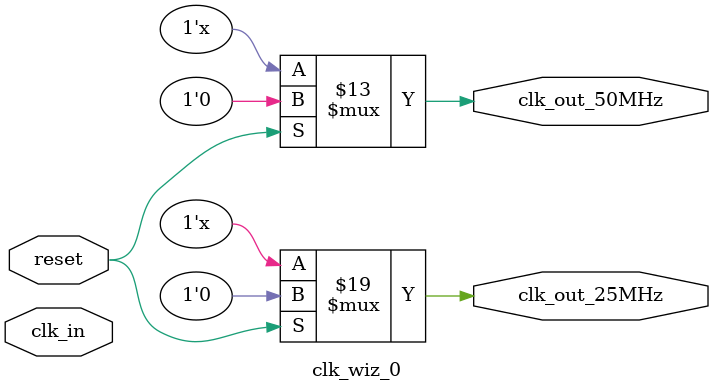
<source format=v>
module clk_wiz_0 (

    input wire clk_in,
    input wire reset,

    output reg clk_out_25MHz,   
    output reg clk_out_50MHz  
    
);

    localparam DIV_CLK_0 = 4; //  25MHz
    localparam DIV_CLK_1 = 2; //  50MHz
    
    reg[2:0] counter_0;
    reg[2:0] counter_1;
    
    initial begin
        clk_out_25MHz = 0;
        clk_out_50MHz = 0;

        counter_0 = 0;
        counter_1 = 0;
    end

    always @(clk_in) begin
     
        if (reset) begin
            counter_0 <= 0;
            counter_1 <= 0;
            clk_out_25MHz <= 0;
            clk_out_50MHz <= 0;
        end

        else begin

            if (counter_0 == DIV_CLK_0) begin
                counter_0 <= 1;
                clk_out_25MHz <= ~clk_out_25MHz;
            end

            else begin
                counter_0 <= counter_0 + 1;
            end


            if (counter_1 == DIV_CLK_1) begin
                counter_1 <= 1;
                clk_out_50MHz <= ~clk_out_50MHz;
            end
        
            else begin
                counter_1 <= counter_1 + 1;
            end

        end

    end

endmodule


</source>
